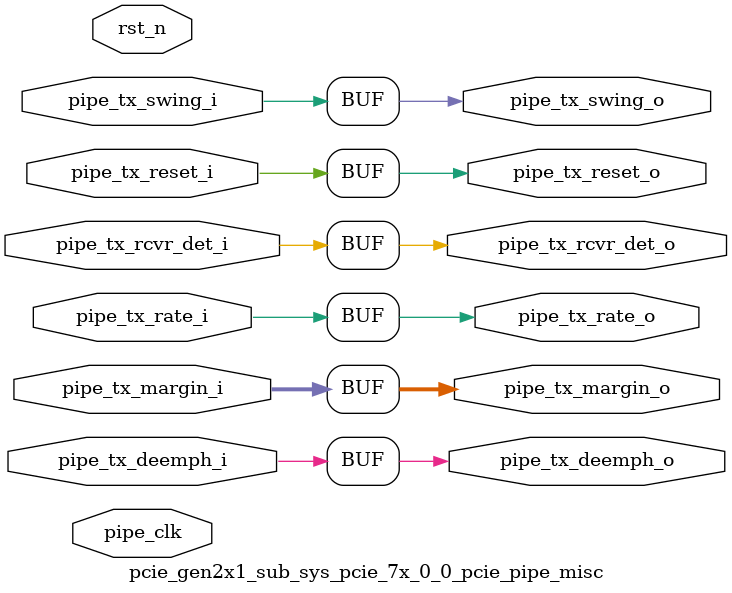
<source format=v>

`timescale 1ps/1ps

(* DowngradeIPIdentifiedWarnings = "yes" *)
module pcie_gen2x1_sub_sys_pcie_7x_0_0_pcie_pipe_misc #
(
    parameter        PIPE_PIPELINE_STAGES = 0,    // 0 - 0 stages, 1 - 1 stage, 2 - 2 stages
    parameter TCQ  = 1 // synthesis warning solved: parameter declaration becomes local
)
(

    input   wire        pipe_tx_rcvr_det_i       ,     // PIPE Tx Receiver Detect
    input   wire        pipe_tx_reset_i          ,     // PIPE Tx Reset
    input   wire        pipe_tx_rate_i           ,     // PIPE Tx Rate
    input   wire        pipe_tx_deemph_i         ,     // PIPE Tx Deemphasis
    input   wire [2:0]  pipe_tx_margin_i         ,     // PIPE Tx Margin
    input   wire        pipe_tx_swing_i          ,     // PIPE Tx Swing

    output  wire        pipe_tx_rcvr_det_o       ,     // Pipelined PIPE Tx Receiver Detect
    output  wire        pipe_tx_reset_o          ,     // Pipelined PIPE Tx Reset
    output  wire        pipe_tx_rate_o           ,     // Pipelined PIPE Tx Rate
    output  wire        pipe_tx_deemph_o         ,     // Pipelined PIPE Tx Deemphasis
    output  wire [2:0]  pipe_tx_margin_o         ,     // Pipelined PIPE Tx Margin
    output  wire        pipe_tx_swing_o          ,     // Pipelined PIPE Tx Swing

    input   wire        pipe_clk                ,      // PIPE Clock
    input   wire        rst_n                          // Reset
);

//******************************************************************//
// Reality check.                                                   //
//******************************************************************//

//    parameter TCQ  = 1;      // clock to out delay model

    generate

    if (PIPE_PIPELINE_STAGES == 0) begin : pipe_stages_0

        assign pipe_tx_rcvr_det_o = pipe_tx_rcvr_det_i;
        assign pipe_tx_reset_o  = pipe_tx_reset_i;
        assign pipe_tx_rate_o = pipe_tx_rate_i;
        assign pipe_tx_deemph_o = pipe_tx_deemph_i;
        assign pipe_tx_margin_o = pipe_tx_margin_i;
        assign pipe_tx_swing_o = pipe_tx_swing_i;

    end // if (PIPE_PIPELINE_STAGES == 0)
    else if (PIPE_PIPELINE_STAGES == 1) begin : pipe_stages_1

    reg                pipe_tx_rcvr_det_q       ;
    reg                pipe_tx_reset_q          ;
    reg                pipe_tx_rate_q           ;
    reg                pipe_tx_deemph_q         ;
    reg [2:0]          pipe_tx_margin_q         ;
    reg                pipe_tx_swing_q          ;

        always @(posedge pipe_clk) begin

        if (rst_n)
        begin

            pipe_tx_rcvr_det_q <= #TCQ 0;
            pipe_tx_reset_q  <= #TCQ 1'b1;
            pipe_tx_rate_q <= #TCQ 0;
            pipe_tx_deemph_q <= #TCQ 1'b1;
            pipe_tx_margin_q <= #TCQ 0;
            pipe_tx_swing_q <= #TCQ 0;

        end
        else
        begin

            pipe_tx_rcvr_det_q <= #TCQ pipe_tx_rcvr_det_i;
            pipe_tx_reset_q  <= #TCQ pipe_tx_reset_i;
            pipe_tx_rate_q <= #TCQ pipe_tx_rate_i;
            pipe_tx_deemph_q <= #TCQ pipe_tx_deemph_i;
            pipe_tx_margin_q <= #TCQ pipe_tx_margin_i;
            pipe_tx_swing_q <= #TCQ pipe_tx_swing_i;

          end

        end

        assign pipe_tx_rcvr_det_o = pipe_tx_rcvr_det_q;
        assign pipe_tx_reset_o  = pipe_tx_reset_q;
        assign pipe_tx_rate_o = pipe_tx_rate_q;
        assign pipe_tx_deemph_o = pipe_tx_deemph_q;
        assign pipe_tx_margin_o = pipe_tx_margin_q;
        assign pipe_tx_swing_o = pipe_tx_swing_q;

    end // if (PIPE_PIPELINE_STAGES == 1)
    else if (PIPE_PIPELINE_STAGES == 2) begin : pipe_stages_2

    reg                pipe_tx_rcvr_det_q       ;
    reg                pipe_tx_reset_q          ;
    reg                pipe_tx_rate_q           ;
    reg                pipe_tx_deemph_q         ;
    reg [2:0]          pipe_tx_margin_q         ;
    reg                pipe_tx_swing_q          ;

    reg                pipe_tx_rcvr_det_qq      ;
    reg                pipe_tx_reset_qq         ;
    reg                pipe_tx_rate_qq          ;
    reg                pipe_tx_deemph_qq        ;
    reg [2:0]          pipe_tx_margin_qq        ;
    reg                pipe_tx_swing_qq         ;

        always @(posedge pipe_clk) begin

        if (rst_n)
        begin

            pipe_tx_rcvr_det_q <= #TCQ 0;
            pipe_tx_reset_q  <= #TCQ 1'b1;
            pipe_tx_rate_q <= #TCQ 0;
            pipe_tx_deemph_q <= #TCQ 1'b1;
            pipe_tx_margin_q <= #TCQ 0;
            pipe_tx_swing_q <= #TCQ 0;

            pipe_tx_rcvr_det_qq <= #TCQ 0;
            pipe_tx_reset_qq  <= #TCQ 1'b1;
            pipe_tx_rate_qq <= #TCQ 0;
            pipe_tx_deemph_qq <= #TCQ 1'b1;
            pipe_tx_margin_qq <= #TCQ 0;
            pipe_tx_swing_qq <= #TCQ 0;

        end
        else
        begin

            pipe_tx_rcvr_det_q <= #TCQ pipe_tx_rcvr_det_i;
            pipe_tx_reset_q  <= #TCQ pipe_tx_reset_i;
            pipe_tx_rate_q <= #TCQ pipe_tx_rate_i;
            pipe_tx_deemph_q <= #TCQ pipe_tx_deemph_i;
            pipe_tx_margin_q <= #TCQ pipe_tx_margin_i;
            pipe_tx_swing_q <= #TCQ pipe_tx_swing_i;

            pipe_tx_rcvr_det_qq <= #TCQ pipe_tx_rcvr_det_q;
            pipe_tx_reset_qq  <= #TCQ pipe_tx_reset_q;
            pipe_tx_rate_qq <= #TCQ pipe_tx_rate_q;
            pipe_tx_deemph_qq <= #TCQ pipe_tx_deemph_q;
            pipe_tx_margin_qq <= #TCQ pipe_tx_margin_q;
            pipe_tx_swing_qq <= #TCQ pipe_tx_swing_q;

          end

        end

        assign pipe_tx_rcvr_det_o = pipe_tx_rcvr_det_qq;
        assign pipe_tx_reset_o  = pipe_tx_reset_qq;
        assign pipe_tx_rate_o = pipe_tx_rate_qq;
        assign pipe_tx_deemph_o = pipe_tx_deemph_qq;
        assign pipe_tx_margin_o = pipe_tx_margin_qq;
        assign pipe_tx_swing_o = pipe_tx_swing_qq;

    end // if (PIPE_PIPELINE_STAGES == 2)

    endgenerate

endmodule


</source>
